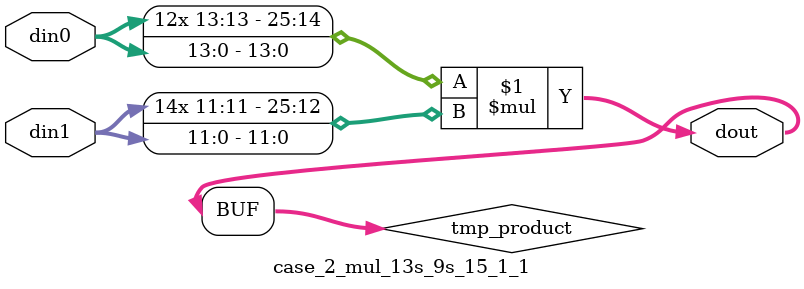
<source format=v>

`timescale 1 ns / 1 ps

 module case_2_mul_13s_9s_15_1_1(din0, din1, dout);
parameter ID = 1;
parameter NUM_STAGE = 0;
parameter din0_WIDTH = 14;
parameter din1_WIDTH = 12;
parameter dout_WIDTH = 26;

input [din0_WIDTH - 1 : 0] din0; 
input [din1_WIDTH - 1 : 0] din1; 
output [dout_WIDTH - 1 : 0] dout;

wire signed [dout_WIDTH - 1 : 0] tmp_product;



























assign tmp_product = $signed(din0) * $signed(din1);








assign dout = tmp_product;





















endmodule

</source>
